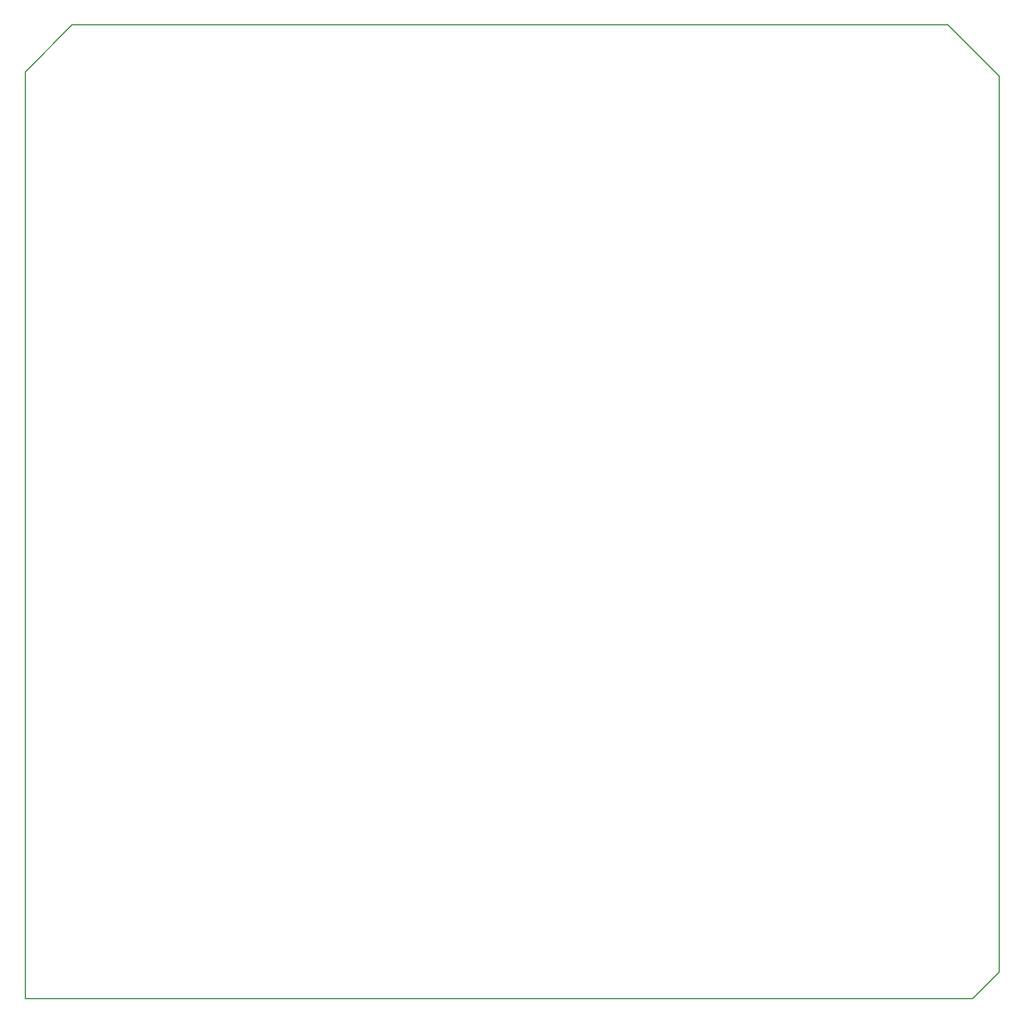
<source format=gm1>
%FSLAX23Y23*%
%MOIN*%
G70*
G01*
G75*
G04 Layer_Color=16711935*
%ADD10C,0.150*%
%ADD11R,0.050X0.055*%
%ADD12R,0.410X0.425*%
%ADD13R,0.085X0.036*%
%ADD14R,0.100X0.100*%
%ADD15R,0.041X0.010*%
%ADD16R,0.010X0.041*%
%ADD17R,0.118X0.118*%
%ADD18R,0.022X0.057*%
%ADD19R,0.022X0.057*%
%ADD20R,0.087X0.024*%
%ADD21R,0.087X0.024*%
%ADD22R,0.063X0.012*%
%ADD23R,0.012X0.063*%
%ADD24R,0.217X0.079*%
%ADD25R,0.037X0.035*%
%ADD26R,0.037X0.035*%
%ADD27R,0.012X0.063*%
%ADD28R,0.050X0.110*%
%ADD29R,0.102X0.094*%
%ADD30R,0.217X0.280*%
%ADD31R,0.039X0.063*%
%ADD32R,0.089X0.024*%
%ADD33R,0.035X0.049*%
%ADD34R,0.065X0.055*%
%ADD35R,0.024X0.087*%
%ADD36R,0.024X0.087*%
%ADD37R,0.100X0.100*%
%ADD38R,0.059X0.051*%
%ADD39R,0.110X0.115*%
%ADD40R,0.079X0.126*%
%ADD41R,0.079X0.126*%
%ADD42R,0.140X0.060*%
%ADD43R,0.330X0.420*%
%ADD44R,0.081X0.024*%
%ADD45R,0.049X0.035*%
%ADD46R,0.055X0.050*%
%ADD47R,0.055X0.065*%
%ADD48C,0.050*%
%ADD49R,0.160X0.080*%
%ADD50R,0.450X0.450*%
%ADD51C,0.035*%
%ADD52C,0.020*%
%ADD53C,0.010*%
%ADD54C,0.100*%
%ADD55C,0.075*%
%ADD56C,0.050*%
%ADD57C,0.025*%
%ADD58C,0.040*%
%ADD59C,0.030*%
%ADD60C,0.015*%
%ADD61C,0.070*%
%ADD62C,0.100*%
%ADD63C,0.065*%
%ADD64R,0.065X0.065*%
%ADD65C,0.150*%
%ADD66C,0.169*%
%ADD67C,0.390*%
%ADD68C,0.200*%
%ADD69C,0.150*%
%ADD70C,0.250*%
%ADD71C,0.125*%
%ADD72C,0.024*%
%ADD73C,0.025*%
%ADD74C,0.040*%
%ADD75C,0.008*%
%ADD76C,0.085*%
%ADD77C,0.102*%
%ADD78C,0.080*%
%ADD79C,0.131*%
%ADD80C,0.209*%
%ADD81C,0.430*%
%ADD82C,0.165*%
%ADD83C,0.290*%
%ADD84C,0.052*%
%ADD85C,0.055*%
%ADD86C,0.064*%
G04:AMPARAMS|DCode=87|XSize=43mil|YSize=59mil|CornerRadius=0mil|HoleSize=0mil|Usage=FLASHONLY|Rotation=240.000|XOffset=0mil|YOffset=0mil|HoleType=Round|Shape=Rectangle|*
%AMROTATEDRECTD87*
4,1,4,-0.015,0.034,0.036,0.004,0.015,-0.034,-0.036,-0.004,-0.015,0.034,0.0*
%
%ADD87ROTATEDRECTD87*%

G04:AMPARAMS|DCode=88|XSize=43mil|YSize=59mil|CornerRadius=0mil|HoleSize=0mil|Usage=FLASHONLY|Rotation=255.000|XOffset=0mil|YOffset=0mil|HoleType=Round|Shape=Rectangle|*
%AMROTATEDRECTD88*
4,1,4,-0.023,0.029,0.034,0.013,0.023,-0.029,-0.034,-0.013,-0.023,0.029,0.0*
%
%ADD88ROTATEDRECTD88*%

G04:AMPARAMS|DCode=89|XSize=43mil|YSize=59mil|CornerRadius=0mil|HoleSize=0mil|Usage=FLASHONLY|Rotation=210.000|XOffset=0mil|YOffset=0mil|HoleType=Round|Shape=Rectangle|*
%AMROTATEDRECTD89*
4,1,4,0.004,0.036,0.034,-0.015,-0.004,-0.036,-0.034,0.015,0.004,0.036,0.0*
%
%ADD89ROTATEDRECTD89*%

G04:AMPARAMS|DCode=90|XSize=43mil|YSize=59mil|CornerRadius=0mil|HoleSize=0mil|Usage=FLASHONLY|Rotation=225.000|XOffset=0mil|YOffset=0mil|HoleType=Round|Shape=Rectangle|*
%AMROTATEDRECTD90*
4,1,4,-0.006,0.036,0.036,-0.006,0.006,-0.036,-0.036,0.006,-0.006,0.036,0.0*
%
%ADD90ROTATEDRECTD90*%

%ADD91R,0.043X0.059*%
G04:AMPARAMS|DCode=92|XSize=43mil|YSize=59mil|CornerRadius=0mil|HoleSize=0mil|Usage=FLASHONLY|Rotation=195.000|XOffset=0mil|YOffset=0mil|HoleType=Round|Shape=Rectangle|*
%AMROTATEDRECTD92*
4,1,4,0.013,0.034,0.029,-0.023,-0.013,-0.034,-0.029,0.023,0.013,0.034,0.0*
%
%ADD92ROTATEDRECTD92*%

G04:AMPARAMS|DCode=93|XSize=43mil|YSize=59mil|CornerRadius=0mil|HoleSize=0mil|Usage=FLASHONLY|Rotation=150.000|XOffset=0mil|YOffset=0mil|HoleType=Round|Shape=Rectangle|*
%AMROTATEDRECTD93*
4,1,4,0.034,0.015,0.004,-0.036,-0.034,-0.015,-0.004,0.036,0.034,0.015,0.0*
%
%ADD93ROTATEDRECTD93*%

G04:AMPARAMS|DCode=94|XSize=43mil|YSize=59mil|CornerRadius=0mil|HoleSize=0mil|Usage=FLASHONLY|Rotation=165.000|XOffset=0mil|YOffset=0mil|HoleType=Round|Shape=Rectangle|*
%AMROTATEDRECTD94*
4,1,4,0.029,0.023,0.013,-0.034,-0.029,-0.023,-0.013,0.034,0.029,0.023,0.0*
%
%ADD94ROTATEDRECTD94*%

G04:AMPARAMS|DCode=95|XSize=43mil|YSize=59mil|CornerRadius=0mil|HoleSize=0mil|Usage=FLASHONLY|Rotation=120.000|XOffset=0mil|YOffset=0mil|HoleType=Round|Shape=Rectangle|*
%AMROTATEDRECTD95*
4,1,4,0.036,-0.004,-0.015,-0.034,-0.036,0.004,0.015,0.034,0.036,-0.004,0.0*
%
%ADD95ROTATEDRECTD95*%

G04:AMPARAMS|DCode=96|XSize=43mil|YSize=59mil|CornerRadius=0mil|HoleSize=0mil|Usage=FLASHONLY|Rotation=135.000|XOffset=0mil|YOffset=0mil|HoleType=Round|Shape=Rectangle|*
%AMROTATEDRECTD96*
4,1,4,0.036,0.006,-0.006,-0.036,-0.036,-0.006,0.006,0.036,0.036,0.006,0.0*
%
%ADD96ROTATEDRECTD96*%

%ADD97R,0.059X0.043*%
G04:AMPARAMS|DCode=98|XSize=43mil|YSize=59mil|CornerRadius=0mil|HoleSize=0mil|Usage=FLASHONLY|Rotation=105.000|XOffset=0mil|YOffset=0mil|HoleType=Round|Shape=Rectangle|*
%AMROTATEDRECTD98*
4,1,4,0.034,-0.013,-0.023,-0.029,-0.034,0.013,0.023,0.029,0.034,-0.013,0.0*
%
%ADD98ROTATEDRECTD98*%

G04:AMPARAMS|DCode=99|XSize=43mil|YSize=59mil|CornerRadius=0mil|HoleSize=0mil|Usage=FLASHONLY|Rotation=262.500|XOffset=0mil|YOffset=0mil|HoleType=Round|Shape=Rectangle|*
%AMROTATEDRECTD99*
4,1,4,-0.026,0.025,0.032,0.018,0.026,-0.025,-0.032,-0.018,-0.026,0.025,0.0*
%
%ADD99ROTATEDRECTD99*%

G04:AMPARAMS|DCode=100|XSize=43mil|YSize=59mil|CornerRadius=0mil|HoleSize=0mil|Usage=FLASHONLY|Rotation=247.500|XOffset=0mil|YOffset=0mil|HoleType=Round|Shape=Rectangle|*
%AMROTATEDRECTD100*
4,1,4,-0.019,0.031,0.036,0.009,0.019,-0.031,-0.036,-0.009,-0.019,0.031,0.0*
%
%ADD100ROTATEDRECTD100*%

G04:AMPARAMS|DCode=101|XSize=43mil|YSize=59mil|CornerRadius=0mil|HoleSize=0mil|Usage=FLASHONLY|Rotation=232.500|XOffset=0mil|YOffset=0mil|HoleType=Round|Shape=Rectangle|*
%AMROTATEDRECTD101*
4,1,4,-0.010,0.035,0.037,-0.001,0.010,-0.035,-0.037,0.001,-0.010,0.035,0.0*
%
%ADD101ROTATEDRECTD101*%

G04:AMPARAMS|DCode=102|XSize=43mil|YSize=59mil|CornerRadius=0mil|HoleSize=0mil|Usage=FLASHONLY|Rotation=217.500|XOffset=0mil|YOffset=0mil|HoleType=Round|Shape=Rectangle|*
%AMROTATEDRECTD102*
4,1,4,-0.001,0.037,0.035,-0.010,0.001,-0.037,-0.035,0.010,-0.001,0.037,0.0*
%
%ADD102ROTATEDRECTD102*%

G04:AMPARAMS|DCode=103|XSize=43mil|YSize=59mil|CornerRadius=0mil|HoleSize=0mil|Usage=FLASHONLY|Rotation=202.500|XOffset=0mil|YOffset=0mil|HoleType=Round|Shape=Rectangle|*
%AMROTATEDRECTD103*
4,1,4,0.009,0.036,0.031,-0.019,-0.009,-0.036,-0.031,0.019,0.009,0.036,0.0*
%
%ADD103ROTATEDRECTD103*%

G04:AMPARAMS|DCode=104|XSize=43mil|YSize=59mil|CornerRadius=0mil|HoleSize=0mil|Usage=FLASHONLY|Rotation=187.500|XOffset=0mil|YOffset=0mil|HoleType=Round|Shape=Rectangle|*
%AMROTATEDRECTD104*
4,1,4,0.018,0.032,0.025,-0.026,-0.018,-0.032,-0.025,0.026,0.018,0.032,0.0*
%
%ADD104ROTATEDRECTD104*%

G04:AMPARAMS|DCode=105|XSize=43mil|YSize=59mil|CornerRadius=0mil|HoleSize=0mil|Usage=FLASHONLY|Rotation=172.500|XOffset=0mil|YOffset=0mil|HoleType=Round|Shape=Rectangle|*
%AMROTATEDRECTD105*
4,1,4,0.025,0.026,0.018,-0.032,-0.025,-0.026,-0.018,0.032,0.025,0.026,0.0*
%
%ADD105ROTATEDRECTD105*%

G04:AMPARAMS|DCode=106|XSize=43mil|YSize=59mil|CornerRadius=0mil|HoleSize=0mil|Usage=FLASHONLY|Rotation=157.500|XOffset=0mil|YOffset=0mil|HoleType=Round|Shape=Rectangle|*
%AMROTATEDRECTD106*
4,1,4,0.031,0.019,0.009,-0.036,-0.031,-0.019,-0.009,0.036,0.031,0.019,0.0*
%
%ADD106ROTATEDRECTD106*%

G04:AMPARAMS|DCode=107|XSize=43mil|YSize=59mil|CornerRadius=0mil|HoleSize=0mil|Usage=FLASHONLY|Rotation=142.500|XOffset=0mil|YOffset=0mil|HoleType=Round|Shape=Rectangle|*
%AMROTATEDRECTD107*
4,1,4,0.035,0.010,-0.001,-0.037,-0.035,-0.010,0.001,0.037,0.035,0.010,0.0*
%
%ADD107ROTATEDRECTD107*%

G04:AMPARAMS|DCode=108|XSize=43mil|YSize=59mil|CornerRadius=0mil|HoleSize=0mil|Usage=FLASHONLY|Rotation=127.500|XOffset=0mil|YOffset=0mil|HoleType=Round|Shape=Rectangle|*
%AMROTATEDRECTD108*
4,1,4,0.037,0.001,-0.010,-0.035,-0.037,-0.001,0.010,0.035,0.037,0.001,0.0*
%
%ADD108ROTATEDRECTD108*%

G04:AMPARAMS|DCode=109|XSize=43mil|YSize=59mil|CornerRadius=0mil|HoleSize=0mil|Usage=FLASHONLY|Rotation=112.500|XOffset=0mil|YOffset=0mil|HoleType=Round|Shape=Rectangle|*
%AMROTATEDRECTD109*
4,1,4,0.036,-0.009,-0.019,-0.031,-0.036,0.009,0.019,0.031,0.036,-0.009,0.0*
%
%ADD109ROTATEDRECTD109*%

G04:AMPARAMS|DCode=110|XSize=43mil|YSize=59mil|CornerRadius=0mil|HoleSize=0mil|Usage=FLASHONLY|Rotation=97.500|XOffset=0mil|YOffset=0mil|HoleType=Round|Shape=Rectangle|*
%AMROTATEDRECTD110*
4,1,4,0.032,-0.018,-0.026,-0.025,-0.032,0.018,0.026,0.025,0.032,-0.018,0.0*
%
%ADD110ROTATEDRECTD110*%

%ADD111C,0.010*%
%ADD112C,0.004*%
%ADD113C,0.008*%
%ADD114C,0.005*%
%ADD115C,0.002*%
%ADD116C,0.002*%
%ADD117C,0.008*%
%ADD118C,0.006*%
%ADD119R,0.058X0.063*%
%ADD120R,0.418X0.433*%
%ADD121R,0.093X0.044*%
%ADD122R,0.108X0.108*%
%ADD123R,0.049X0.018*%
%ADD124R,0.018X0.049*%
%ADD125R,0.126X0.126*%
%ADD126R,0.030X0.065*%
%ADD127R,0.030X0.065*%
%ADD128R,0.095X0.032*%
%ADD129R,0.095X0.032*%
%ADD130R,0.071X0.020*%
%ADD131R,0.020X0.071*%
%ADD132R,0.225X0.087*%
%ADD133R,0.045X0.043*%
%ADD134R,0.045X0.043*%
%ADD135R,0.020X0.071*%
%ADD136R,0.058X0.118*%
%ADD137R,0.110X0.102*%
%ADD138R,0.225X0.288*%
%ADD139R,0.047X0.071*%
%ADD140R,0.097X0.032*%
%ADD141R,0.043X0.057*%
%ADD142R,0.073X0.063*%
%ADD143R,0.032X0.095*%
%ADD144R,0.032X0.095*%
%ADD145R,0.108X0.108*%
%ADD146R,0.067X0.059*%
%ADD147R,0.118X0.123*%
%ADD148R,0.087X0.134*%
%ADD149R,0.087X0.134*%
%ADD150R,0.148X0.068*%
%ADD151R,0.338X0.428*%
%ADD152R,0.089X0.032*%
%ADD153R,0.057X0.043*%
%ADD154R,0.063X0.058*%
%ADD155R,0.063X0.073*%
%ADD156C,0.090*%
%ADD157R,0.168X0.088*%
%ADD158R,0.458X0.458*%
%ADD159C,0.078*%
%ADD160C,0.108*%
%ADD161C,0.073*%
%ADD162R,0.073X0.073*%
%ADD163C,0.158*%
%ADD164C,0.177*%
%ADD165C,0.398*%
%ADD166C,0.208*%
%ADD167C,0.258*%
%ADD168C,0.133*%
%ADD169C,0.006*%
D75*
X-2750Y-2750D02*
Y2485D01*
X-2485Y2750D02*
X2460D01*
X2750Y-2600D02*
Y2460D01*
X-2750Y-2750D02*
X2600D01*
X-2750Y2485D02*
X-2485Y2750D01*
X2460D02*
X2750Y2460D01*
X2600Y-2750D02*
X2750Y-2600D01*
M02*

</source>
